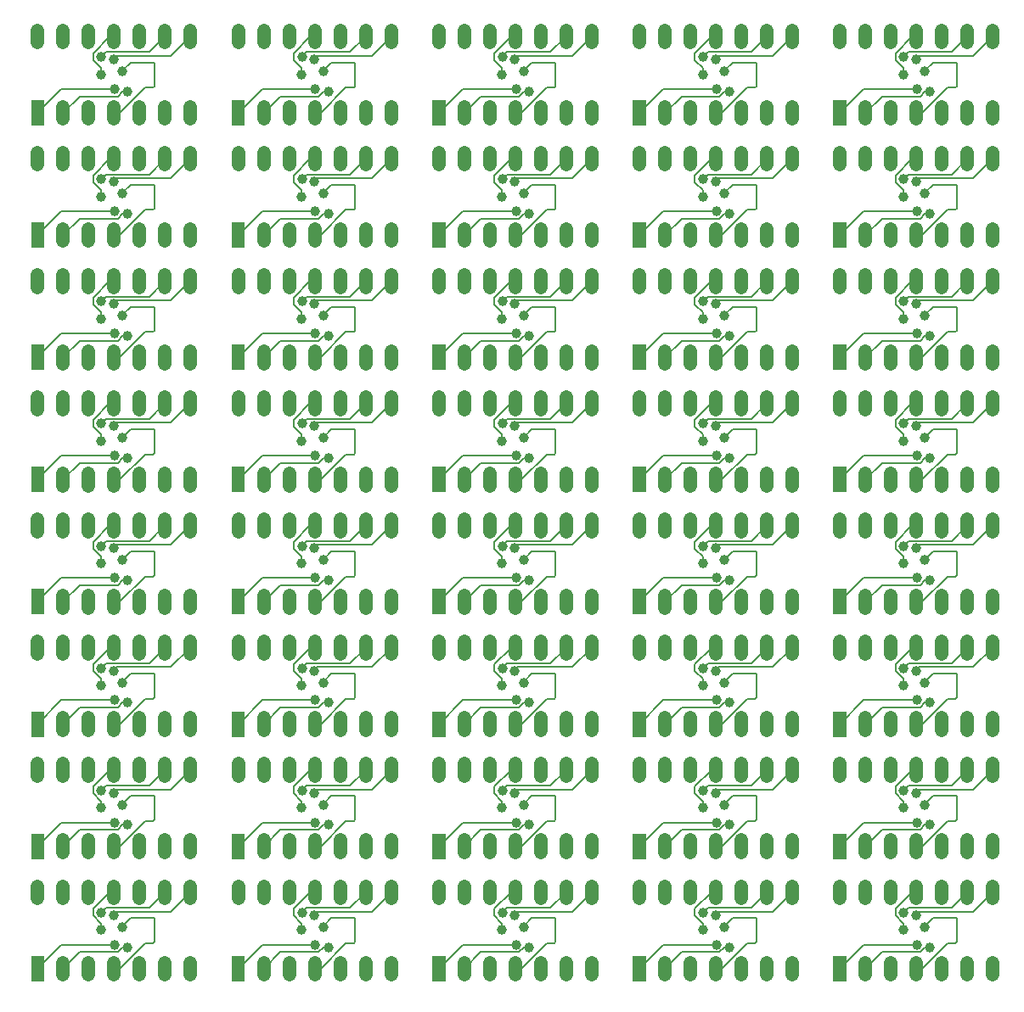
<source format=gbl>
%FSLAX24Y24*%
%MOIN*%
%ADD10C,0.0060*%
%ADD11C,0.0394*%
%ADD12C,0.0520*%
D10*
G01X1843Y929D02*
X2494Y1581D01*
X3988Y1581D01*
X4177Y1770D01*
X4380Y1770D01*
X6843Y3929D02*
X6080Y3167D01*
X3966Y3167D01*
X3831Y3032D01*
X3843Y3929D02*
X3668Y3929D01*
X3020Y3281D01*
X3020Y3010D01*
X3329Y2701D01*
X3329Y2440D01*
X843Y929D02*
X1781Y1868D01*
X3869Y1868D01*
X3843Y929D02*
X4077Y929D01*
X5074Y1926D01*
X5376Y1926D01*
X5429Y1978D01*
X5429Y2880D01*
X5400Y2909D01*
X4498Y2909D01*
X4180Y2591D01*
X4180Y2564D01*
X5843Y3929D02*
X5232Y3319D01*
X3532Y3319D01*
X3342Y3129D01*
X9717Y929D02*
X10368Y1581D01*
X11862Y1581D01*
X12051Y1770D01*
X12254Y1770D01*
X14717Y3929D02*
X13954Y3167D01*
X11840Y3167D01*
X11706Y3032D01*
X11717Y3929D02*
X11542Y3929D01*
X10894Y3281D01*
X10894Y3010D01*
X11203Y2701D01*
X11203Y2440D01*
X8717Y929D02*
X9655Y1868D01*
X11743Y1868D01*
X11717Y929D02*
X11951Y929D01*
X12948Y1926D01*
X13250Y1926D01*
X13303Y1978D01*
X13303Y2880D01*
X13274Y2909D01*
X12372Y2909D01*
X12054Y2591D01*
X12054Y2564D01*
X13717Y3929D02*
X13106Y3319D01*
X11406Y3319D01*
X11216Y3129D01*
X17591Y929D02*
X18242Y1581D01*
X19736Y1581D01*
X19925Y1770D01*
X20128Y1770D01*
X22591Y3929D02*
X21828Y3167D01*
X19714Y3167D01*
X19580Y3032D01*
X19591Y3929D02*
X19416Y3929D01*
X18768Y3281D01*
X18768Y3010D01*
X19077Y2701D01*
X19077Y2440D01*
X16591Y929D02*
X17529Y1868D01*
X19617Y1868D01*
X19591Y929D02*
X19825Y929D01*
X20822Y1926D01*
X21124Y1926D01*
X21177Y1978D01*
X21177Y2880D01*
X21148Y2909D01*
X20246Y2909D01*
X19928Y2591D01*
X19928Y2564D01*
X21591Y3929D02*
X20980Y3319D01*
X19280Y3319D01*
X19090Y3129D01*
X25465Y929D02*
X26116Y1581D01*
X27610Y1581D01*
X27799Y1770D01*
X28002Y1770D01*
X30465Y3929D02*
X29702Y3167D01*
X27588Y3167D01*
X27454Y3032D01*
X27465Y3929D02*
X27290Y3929D01*
X26642Y3281D01*
X26642Y3010D01*
X26951Y2701D01*
X26951Y2440D01*
X24465Y929D02*
X25403Y1868D01*
X27491Y1868D01*
X27465Y929D02*
X27699Y929D01*
X28696Y1926D01*
X28998Y1926D01*
X29051Y1978D01*
X29051Y2880D01*
X29022Y2909D01*
X28120Y2909D01*
X27802Y2591D01*
X27802Y2564D01*
X29465Y3929D02*
X28854Y3319D01*
X27154Y3319D01*
X26964Y3129D01*
X33339Y929D02*
X33990Y1581D01*
X35484Y1581D01*
X35673Y1770D01*
X35876Y1770D01*
X38339Y3929D02*
X37576Y3167D01*
X35462Y3167D01*
X35328Y3032D01*
X35339Y3929D02*
X35164Y3929D01*
X34516Y3281D01*
X34516Y3010D01*
X34825Y2701D01*
X34825Y2440D01*
X32339Y929D02*
X33277Y1868D01*
X35365Y1868D01*
X35339Y929D02*
X35573Y929D01*
X36570Y1926D01*
X36872Y1926D01*
X36925Y1978D01*
X36925Y2880D01*
X36896Y2909D01*
X35994Y2909D01*
X35676Y2591D01*
X35676Y2564D01*
X37339Y3929D02*
X36728Y3319D01*
X35028Y3319D01*
X34838Y3129D01*
X1843Y5732D02*
X2494Y6384D01*
X3988Y6384D01*
X4177Y6573D01*
X4380Y6573D01*
X6843Y8732D02*
X6080Y7970D01*
X3966Y7970D01*
X3831Y7835D01*
X3843Y8732D02*
X3668Y8732D01*
X3020Y8084D01*
X3020Y7813D01*
X3329Y7504D01*
X3329Y7243D01*
X843Y5732D02*
X1781Y6671D01*
X3869Y6671D01*
X3843Y5732D02*
X4077Y5732D01*
X5074Y6729D01*
X5376Y6729D01*
X5429Y6782D01*
X5429Y7683D01*
X5400Y7712D01*
X4498Y7712D01*
X4180Y7394D01*
X4180Y7367D01*
X5843Y8732D02*
X5232Y8122D01*
X3532Y8122D01*
X3342Y7932D01*
X9717Y5732D02*
X10368Y6384D01*
X11862Y6384D01*
X12051Y6573D01*
X12254Y6573D01*
X14717Y8732D02*
X13954Y7970D01*
X11840Y7970D01*
X11706Y7835D01*
X11717Y8732D02*
X11542Y8732D01*
X10894Y8084D01*
X10894Y7813D01*
X11203Y7504D01*
X11203Y7243D01*
X8717Y5732D02*
X9655Y6671D01*
X11743Y6671D01*
X11717Y5732D02*
X11951Y5732D01*
X12948Y6729D01*
X13250Y6729D01*
X13303Y6782D01*
X13303Y7683D01*
X13274Y7712D01*
X12372Y7712D01*
X12054Y7394D01*
X12054Y7367D01*
X13717Y8732D02*
X13106Y8122D01*
X11406Y8122D01*
X11216Y7932D01*
X17591Y5732D02*
X18242Y6384D01*
X19736Y6384D01*
X19925Y6573D01*
X20128Y6573D01*
X22591Y8732D02*
X21828Y7970D01*
X19714Y7970D01*
X19580Y7835D01*
X19591Y8732D02*
X19416Y8732D01*
X18768Y8084D01*
X18768Y7813D01*
X19077Y7504D01*
X19077Y7243D01*
X16591Y5732D02*
X17529Y6671D01*
X19617Y6671D01*
X19591Y5732D02*
X19825Y5732D01*
X20822Y6729D01*
X21124Y6729D01*
X21177Y6782D01*
X21177Y7683D01*
X21148Y7712D01*
X20246Y7712D01*
X19928Y7394D01*
X19928Y7367D01*
X21591Y8732D02*
X20980Y8122D01*
X19280Y8122D01*
X19090Y7932D01*
X25465Y5732D02*
X26116Y6384D01*
X27610Y6384D01*
X27799Y6573D01*
X28002Y6573D01*
X30465Y8732D02*
X29702Y7970D01*
X27588Y7970D01*
X27454Y7835D01*
X27465Y8732D02*
X27290Y8732D01*
X26642Y8084D01*
X26642Y7813D01*
X26951Y7504D01*
X26951Y7243D01*
X24465Y5732D02*
X25403Y6671D01*
X27491Y6671D01*
X27465Y5732D02*
X27699Y5732D01*
X28696Y6729D01*
X28998Y6729D01*
X29051Y6782D01*
X29051Y7683D01*
X29022Y7712D01*
X28120Y7712D01*
X27802Y7394D01*
X27802Y7367D01*
X29465Y8732D02*
X28854Y8122D01*
X27154Y8122D01*
X26964Y7932D01*
X33339Y5732D02*
X33990Y6384D01*
X35484Y6384D01*
X35673Y6573D01*
X35876Y6573D01*
X38339Y8732D02*
X37576Y7970D01*
X35462Y7970D01*
X35328Y7835D01*
X35339Y8732D02*
X35164Y8732D01*
X34516Y8084D01*
X34516Y7813D01*
X34825Y7504D01*
X34825Y7243D01*
X32339Y5732D02*
X33277Y6671D01*
X35365Y6671D01*
X35339Y5732D02*
X35573Y5732D01*
X36570Y6729D01*
X36872Y6729D01*
X36925Y6782D01*
X36925Y7683D01*
X36896Y7712D01*
X35994Y7712D01*
X35676Y7394D01*
X35676Y7367D01*
X37339Y8732D02*
X36728Y8122D01*
X35028Y8122D01*
X34838Y7932D01*
X1843Y10535D02*
X2494Y11187D01*
X3988Y11187D01*
X4177Y11376D01*
X4380Y11376D01*
X6843Y13535D02*
X6080Y12773D01*
X3966Y12773D01*
X3831Y12638D01*
X3843Y13535D02*
X3668Y13535D01*
X3020Y12887D01*
X3020Y12616D01*
X3329Y12307D01*
X3329Y12046D01*
X843Y10535D02*
X1781Y11474D01*
X3869Y11474D01*
X3843Y10535D02*
X4077Y10535D01*
X5074Y11532D01*
X5376Y11532D01*
X5429Y11585D01*
X5429Y12486D01*
X5400Y12515D01*
X4498Y12515D01*
X4180Y12197D01*
X4180Y12170D01*
X5843Y13535D02*
X5232Y12925D01*
X3532Y12925D01*
X3342Y12735D01*
X9717Y10535D02*
X10368Y11187D01*
X11862Y11187D01*
X12051Y11376D01*
X12254Y11376D01*
X14717Y13535D02*
X13954Y12773D01*
X11840Y12773D01*
X11706Y12638D01*
X11717Y13535D02*
X11542Y13535D01*
X10894Y12887D01*
X10894Y12616D01*
X11203Y12307D01*
X11203Y12046D01*
X8717Y10535D02*
X9655Y11474D01*
X11743Y11474D01*
X11717Y10535D02*
X11951Y10535D01*
X12948Y11532D01*
X13250Y11532D01*
X13303Y11585D01*
X13303Y12486D01*
X13274Y12515D01*
X12372Y12515D01*
X12054Y12197D01*
X12054Y12170D01*
X13717Y13535D02*
X13106Y12925D01*
X11406Y12925D01*
X11216Y12735D01*
X17591Y10535D02*
X18242Y11187D01*
X19736Y11187D01*
X19925Y11376D01*
X20128Y11376D01*
X22591Y13535D02*
X21828Y12773D01*
X19714Y12773D01*
X19580Y12638D01*
X19591Y13535D02*
X19416Y13535D01*
X18768Y12887D01*
X18768Y12616D01*
X19077Y12307D01*
X19077Y12046D01*
X16591Y10535D02*
X17529Y11474D01*
X19617Y11474D01*
X19591Y10535D02*
X19825Y10535D01*
X20822Y11532D01*
X21124Y11532D01*
X21177Y11585D01*
X21177Y12486D01*
X21148Y12515D01*
X20246Y12515D01*
X19928Y12197D01*
X19928Y12170D01*
X21591Y13535D02*
X20980Y12925D01*
X19280Y12925D01*
X19090Y12735D01*
X25465Y10535D02*
X26116Y11187D01*
X27610Y11187D01*
X27799Y11376D01*
X28002Y11376D01*
X30465Y13535D02*
X29702Y12773D01*
X27588Y12773D01*
X27454Y12638D01*
X27465Y13535D02*
X27290Y13535D01*
X26642Y12887D01*
X26642Y12616D01*
X26951Y12307D01*
X26951Y12046D01*
X24465Y10535D02*
X25403Y11474D01*
X27491Y11474D01*
X27465Y10535D02*
X27699Y10535D01*
X28696Y11532D01*
X28998Y11532D01*
X29051Y11585D01*
X29051Y12486D01*
X29022Y12515D01*
X28120Y12515D01*
X27802Y12197D01*
X27802Y12170D01*
X29465Y13535D02*
X28854Y12925D01*
X27154Y12925D01*
X26964Y12735D01*
X33339Y10535D02*
X33990Y11187D01*
X35484Y11187D01*
X35673Y11376D01*
X35876Y11376D01*
X38339Y13535D02*
X37576Y12773D01*
X35462Y12773D01*
X35328Y12638D01*
X35339Y13535D02*
X35164Y13535D01*
X34516Y12887D01*
X34516Y12616D01*
X34825Y12307D01*
X34825Y12046D01*
X32339Y10535D02*
X33277Y11474D01*
X35365Y11474D01*
X35339Y10535D02*
X35573Y10535D01*
X36570Y11532D01*
X36872Y11532D01*
X36925Y11585D01*
X36925Y12486D01*
X36896Y12515D01*
X35994Y12515D01*
X35676Y12197D01*
X35676Y12170D01*
X37339Y13535D02*
X36728Y12925D01*
X35028Y12925D01*
X34838Y12735D01*
X1843Y15339D02*
X2494Y15990D01*
X3988Y15990D01*
X4177Y16179D01*
X4380Y16179D01*
X6843Y18339D02*
X6080Y17576D01*
X3966Y17576D01*
X3831Y17441D01*
X3843Y18339D02*
X3668Y18339D01*
X3020Y17690D01*
X3020Y17419D01*
X3329Y17110D01*
X3329Y16849D01*
X843Y15339D02*
X1781Y16277D01*
X3869Y16277D01*
X3843Y15339D02*
X4077Y15339D01*
X5074Y16335D01*
X5376Y16335D01*
X5429Y16388D01*
X5429Y17290D01*
X5400Y17318D01*
X4498Y17318D01*
X4180Y17001D01*
X4180Y16973D01*
X5843Y18339D02*
X5232Y17728D01*
X3532Y17728D01*
X3342Y17538D01*
X9717Y15339D02*
X10368Y15990D01*
X11862Y15990D01*
X12051Y16179D01*
X12254Y16179D01*
X14717Y18339D02*
X13954Y17576D01*
X11840Y17576D01*
X11706Y17441D01*
X11717Y18339D02*
X11542Y18339D01*
X10894Y17690D01*
X10894Y17419D01*
X11203Y17110D01*
X11203Y16849D01*
X8717Y15339D02*
X9655Y16277D01*
X11743Y16277D01*
X11717Y15339D02*
X11951Y15339D01*
X12948Y16335D01*
X13250Y16335D01*
X13303Y16388D01*
X13303Y17290D01*
X13274Y17318D01*
X12372Y17318D01*
X12054Y17001D01*
X12054Y16973D01*
X13717Y18339D02*
X13106Y17728D01*
X11406Y17728D01*
X11216Y17538D01*
X17591Y15339D02*
X18242Y15990D01*
X19736Y15990D01*
X19925Y16179D01*
X20128Y16179D01*
X22591Y18339D02*
X21828Y17576D01*
X19714Y17576D01*
X19580Y17441D01*
X19591Y18339D02*
X19416Y18339D01*
X18768Y17690D01*
X18768Y17419D01*
X19077Y17110D01*
X19077Y16849D01*
X16591Y15339D02*
X17529Y16277D01*
X19617Y16277D01*
X19591Y15339D02*
X19825Y15339D01*
X20822Y16335D01*
X21124Y16335D01*
X21177Y16388D01*
X21177Y17290D01*
X21148Y17318D01*
X20246Y17318D01*
X19928Y17001D01*
X19928Y16973D01*
X21591Y18339D02*
X20980Y17728D01*
X19280Y17728D01*
X19090Y17538D01*
X25465Y15339D02*
X26116Y15990D01*
X27610Y15990D01*
X27799Y16179D01*
X28002Y16179D01*
X30465Y18339D02*
X29702Y17576D01*
X27588Y17576D01*
X27454Y17441D01*
X27465Y18339D02*
X27290Y18339D01*
X26642Y17690D01*
X26642Y17419D01*
X26951Y17110D01*
X26951Y16849D01*
X24465Y15339D02*
X25403Y16277D01*
X27491Y16277D01*
X27465Y15339D02*
X27699Y15339D01*
X28696Y16335D01*
X28998Y16335D01*
X29051Y16388D01*
X29051Y17290D01*
X29022Y17318D01*
X28120Y17318D01*
X27802Y17001D01*
X27802Y16973D01*
X29465Y18339D02*
X28854Y17728D01*
X27154Y17728D01*
X26964Y17538D01*
X33339Y15339D02*
X33990Y15990D01*
X35484Y15990D01*
X35673Y16179D01*
X35876Y16179D01*
X38339Y18339D02*
X37576Y17576D01*
X35462Y17576D01*
X35328Y17441D01*
X35339Y18339D02*
X35164Y18339D01*
X34516Y17690D01*
X34516Y17419D01*
X34825Y17110D01*
X34825Y16849D01*
X32339Y15339D02*
X33277Y16277D01*
X35365Y16277D01*
X35339Y15339D02*
X35573Y15339D01*
X36570Y16335D01*
X36872Y16335D01*
X36925Y16388D01*
X36925Y17290D01*
X36896Y17318D01*
X35994Y17318D01*
X35676Y17001D01*
X35676Y16973D01*
X37339Y18339D02*
X36728Y17728D01*
X35028Y17728D01*
X34838Y17538D01*
X1843Y20142D02*
X2494Y20793D01*
X3988Y20793D01*
X4177Y20982D01*
X4380Y20982D01*
X6843Y23142D02*
X6080Y22379D01*
X3966Y22379D01*
X3831Y22244D01*
X3843Y23142D02*
X3668Y23142D01*
X3020Y22494D01*
X3020Y22222D01*
X3329Y21913D01*
X3329Y21652D01*
X843Y20142D02*
X1781Y21080D01*
X3869Y21080D01*
X3843Y20142D02*
X4077Y20142D01*
X5074Y21138D01*
X5376Y21138D01*
X5429Y21191D01*
X5429Y22093D01*
X5400Y22122D01*
X4498Y22122D01*
X4180Y21804D01*
X4180Y21777D01*
X5843Y23142D02*
X5232Y22531D01*
X3532Y22531D01*
X3342Y22342D01*
X9717Y20142D02*
X10368Y20793D01*
X11862Y20793D01*
X12051Y20982D01*
X12254Y20982D01*
X14717Y23142D02*
X13954Y22379D01*
X11840Y22379D01*
X11706Y22244D01*
X11717Y23142D02*
X11542Y23142D01*
X10894Y22494D01*
X10894Y22222D01*
X11203Y21913D01*
X11203Y21652D01*
X8717Y20142D02*
X9655Y21080D01*
X11743Y21080D01*
X11717Y20142D02*
X11951Y20142D01*
X12948Y21138D01*
X13250Y21138D01*
X13303Y21191D01*
X13303Y22093D01*
X13274Y22122D01*
X12372Y22122D01*
X12054Y21804D01*
X12054Y21777D01*
X13717Y23142D02*
X13106Y22531D01*
X11406Y22531D01*
X11216Y22342D01*
X17591Y20142D02*
X18242Y20793D01*
X19736Y20793D01*
X19925Y20982D01*
X20128Y20982D01*
X22591Y23142D02*
X21828Y22379D01*
X19714Y22379D01*
X19580Y22244D01*
X19591Y23142D02*
X19416Y23142D01*
X18768Y22494D01*
X18768Y22222D01*
X19077Y21913D01*
X19077Y21652D01*
X16591Y20142D02*
X17529Y21080D01*
X19617Y21080D01*
X19591Y20142D02*
X19825Y20142D01*
X20822Y21138D01*
X21124Y21138D01*
X21177Y21191D01*
X21177Y22093D01*
X21148Y22122D01*
X20246Y22122D01*
X19928Y21804D01*
X19928Y21777D01*
X21591Y23142D02*
X20980Y22531D01*
X19280Y22531D01*
X19090Y22342D01*
X25465Y20142D02*
X26116Y20793D01*
X27610Y20793D01*
X27799Y20982D01*
X28002Y20982D01*
X30465Y23142D02*
X29702Y22379D01*
X27588Y22379D01*
X27454Y22244D01*
X27465Y23142D02*
X27290Y23142D01*
X26642Y22494D01*
X26642Y22222D01*
X26951Y21913D01*
X26951Y21652D01*
X24465Y20142D02*
X25403Y21080D01*
X27491Y21080D01*
X27465Y20142D02*
X27699Y20142D01*
X28696Y21138D01*
X28998Y21138D01*
X29051Y21191D01*
X29051Y22093D01*
X29022Y22122D01*
X28120Y22122D01*
X27802Y21804D01*
X27802Y21777D01*
X29465Y23142D02*
X28854Y22531D01*
X27154Y22531D01*
X26964Y22342D01*
X33339Y20142D02*
X33990Y20793D01*
X35484Y20793D01*
X35673Y20982D01*
X35876Y20982D01*
X38339Y23142D02*
X37576Y22379D01*
X35462Y22379D01*
X35328Y22244D01*
X35339Y23142D02*
X35164Y23142D01*
X34516Y22494D01*
X34516Y22222D01*
X34825Y21913D01*
X34825Y21652D01*
X32339Y20142D02*
X33277Y21080D01*
X35365Y21080D01*
X35339Y20142D02*
X35573Y20142D01*
X36570Y21138D01*
X36872Y21138D01*
X36925Y21191D01*
X36925Y22093D01*
X36896Y22122D01*
X35994Y22122D01*
X35676Y21804D01*
X35676Y21777D01*
X37339Y23142D02*
X36728Y22531D01*
X35028Y22531D01*
X34838Y22342D01*
X1843Y24945D02*
X2494Y25597D01*
X3988Y25597D01*
X4177Y25785D01*
X4380Y25785D01*
X6843Y27945D02*
X6080Y27182D01*
X3966Y27182D01*
X3831Y27047D01*
X3843Y27945D02*
X3668Y27945D01*
X3020Y27297D01*
X3020Y27025D01*
X3329Y26716D01*
X3329Y26455D01*
X843Y24945D02*
X1781Y25883D01*
X3869Y25883D01*
X3843Y24945D02*
X4077Y24945D01*
X5074Y25941D01*
X5376Y25941D01*
X5429Y25994D01*
X5429Y26896D01*
X5400Y26925D01*
X4498Y26925D01*
X4180Y26607D01*
X4180Y26580D01*
X5843Y27945D02*
X5232Y27334D01*
X3532Y27334D01*
X3342Y27145D01*
X9717Y24945D02*
X10368Y25597D01*
X11862Y25597D01*
X12051Y25785D01*
X12254Y25785D01*
X14717Y27945D02*
X13954Y27182D01*
X11840Y27182D01*
X11706Y27047D01*
X11717Y27945D02*
X11542Y27945D01*
X10894Y27297D01*
X10894Y27025D01*
X11203Y26716D01*
X11203Y26455D01*
X8717Y24945D02*
X9655Y25883D01*
X11743Y25883D01*
X11717Y24945D02*
X11951Y24945D01*
X12948Y25941D01*
X13250Y25941D01*
X13303Y25994D01*
X13303Y26896D01*
X13274Y26925D01*
X12372Y26925D01*
X12054Y26607D01*
X12054Y26580D01*
X13717Y27945D02*
X13106Y27334D01*
X11406Y27334D01*
X11216Y27145D01*
X17591Y24945D02*
X18242Y25597D01*
X19736Y25597D01*
X19925Y25785D01*
X20128Y25785D01*
X22591Y27945D02*
X21828Y27182D01*
X19714Y27182D01*
X19580Y27047D01*
X19591Y27945D02*
X19416Y27945D01*
X18768Y27297D01*
X18768Y27025D01*
X19077Y26716D01*
X19077Y26455D01*
X16591Y24945D02*
X17529Y25883D01*
X19617Y25883D01*
X19591Y24945D02*
X19825Y24945D01*
X20822Y25941D01*
X21124Y25941D01*
X21177Y25994D01*
X21177Y26896D01*
X21148Y26925D01*
X20246Y26925D01*
X19928Y26607D01*
X19928Y26580D01*
X21591Y27945D02*
X20980Y27334D01*
X19280Y27334D01*
X19090Y27145D01*
X25465Y24945D02*
X26116Y25597D01*
X27610Y25597D01*
X27799Y25785D01*
X28002Y25785D01*
X30465Y27945D02*
X29702Y27182D01*
X27588Y27182D01*
X27454Y27047D01*
X27465Y27945D02*
X27290Y27945D01*
X26642Y27297D01*
X26642Y27025D01*
X26951Y26716D01*
X26951Y26455D01*
X24465Y24945D02*
X25403Y25883D01*
X27491Y25883D01*
X27465Y24945D02*
X27699Y24945D01*
X28696Y25941D01*
X28998Y25941D01*
X29051Y25994D01*
X29051Y26896D01*
X29022Y26925D01*
X28120Y26925D01*
X27802Y26607D01*
X27802Y26580D01*
X29465Y27945D02*
X28854Y27334D01*
X27154Y27334D01*
X26964Y27145D01*
X33339Y24945D02*
X33990Y25597D01*
X35484Y25597D01*
X35673Y25785D01*
X35876Y25785D01*
X38339Y27945D02*
X37576Y27182D01*
X35462Y27182D01*
X35328Y27047D01*
X35339Y27945D02*
X35164Y27945D01*
X34516Y27297D01*
X34516Y27025D01*
X34825Y26716D01*
X34825Y26455D01*
X32339Y24945D02*
X33277Y25883D01*
X35365Y25883D01*
X35339Y24945D02*
X35573Y24945D01*
X36570Y25941D01*
X36872Y25941D01*
X36925Y25994D01*
X36925Y26896D01*
X36896Y26925D01*
X35994Y26925D01*
X35676Y26607D01*
X35676Y26580D01*
X37339Y27945D02*
X36728Y27334D01*
X35028Y27334D01*
X34838Y27145D01*
X1843Y29748D02*
X2494Y30400D01*
X3988Y30400D01*
X4177Y30589D01*
X4380Y30589D01*
X6843Y32748D02*
X6080Y31985D01*
X3966Y31985D01*
X3831Y31851D01*
X3843Y32748D02*
X3668Y32748D01*
X3020Y32100D01*
X3020Y31829D01*
X3329Y31520D01*
X3329Y31259D01*
X843Y29748D02*
X1781Y30687D01*
X3869Y30687D01*
X3843Y29748D02*
X4077Y29748D01*
X5074Y30745D01*
X5376Y30745D01*
X5429Y30797D01*
X5429Y31699D01*
X5400Y31728D01*
X4498Y31728D01*
X4180Y31410D01*
X4180Y31383D01*
X5843Y32748D02*
X5232Y32137D01*
X3532Y32137D01*
X3342Y31948D01*
X9717Y29748D02*
X10368Y30400D01*
X11862Y30400D01*
X12051Y30589D01*
X12254Y30589D01*
X14717Y32748D02*
X13954Y31985D01*
X11840Y31985D01*
X11706Y31851D01*
X11717Y32748D02*
X11542Y32748D01*
X10894Y32100D01*
X10894Y31829D01*
X11203Y31520D01*
X11203Y31259D01*
X8717Y29748D02*
X9655Y30687D01*
X11743Y30687D01*
X11717Y29748D02*
X11951Y29748D01*
X12948Y30745D01*
X13250Y30745D01*
X13303Y30797D01*
X13303Y31699D01*
X13274Y31728D01*
X12372Y31728D01*
X12054Y31410D01*
X12054Y31383D01*
X13717Y32748D02*
X13106Y32137D01*
X11406Y32137D01*
X11216Y31948D01*
X17591Y29748D02*
X18242Y30400D01*
X19736Y30400D01*
X19925Y30589D01*
X20128Y30589D01*
X22591Y32748D02*
X21828Y31985D01*
X19714Y31985D01*
X19580Y31851D01*
X19591Y32748D02*
X19416Y32748D01*
X18768Y32100D01*
X18768Y31829D01*
X19077Y31520D01*
X19077Y31259D01*
X16591Y29748D02*
X17529Y30687D01*
X19617Y30687D01*
X19591Y29748D02*
X19825Y29748D01*
X20822Y30745D01*
X21124Y30745D01*
X21177Y30797D01*
X21177Y31699D01*
X21148Y31728D01*
X20246Y31728D01*
X19928Y31410D01*
X19928Y31383D01*
X21591Y32748D02*
X20980Y32137D01*
X19280Y32137D01*
X19090Y31948D01*
X25465Y29748D02*
X26116Y30400D01*
X27610Y30400D01*
X27799Y30589D01*
X28002Y30589D01*
X30465Y32748D02*
X29702Y31985D01*
X27588Y31985D01*
X27454Y31851D01*
X27465Y32748D02*
X27290Y32748D01*
X26642Y32100D01*
X26642Y31829D01*
X26951Y31520D01*
X26951Y31259D01*
X24465Y29748D02*
X25403Y30687D01*
X27491Y30687D01*
X27465Y29748D02*
X27699Y29748D01*
X28696Y30745D01*
X28998Y30745D01*
X29051Y30797D01*
X29051Y31699D01*
X29022Y31728D01*
X28120Y31728D01*
X27802Y31410D01*
X27802Y31383D01*
X29465Y32748D02*
X28854Y32137D01*
X27154Y32137D01*
X26964Y31948D01*
X33339Y29748D02*
X33990Y30400D01*
X35484Y30400D01*
X35673Y30589D01*
X35876Y30589D01*
X38339Y32748D02*
X37576Y31985D01*
X35462Y31985D01*
X35328Y31851D01*
X35339Y32748D02*
X35164Y32748D01*
X34516Y32100D01*
X34516Y31829D01*
X34825Y31520D01*
X34825Y31259D01*
X32339Y29748D02*
X33277Y30687D01*
X35365Y30687D01*
X35339Y29748D02*
X35573Y29748D01*
X36570Y30745D01*
X36872Y30745D01*
X36925Y30797D01*
X36925Y31699D01*
X36896Y31728D01*
X35994Y31728D01*
X35676Y31410D01*
X35676Y31383D01*
X37339Y32748D02*
X36728Y32137D01*
X35028Y32137D01*
X34838Y31948D01*
X1843Y34551D02*
X2494Y35203D01*
X3988Y35203D01*
X4177Y35392D01*
X4380Y35392D01*
X6843Y37551D02*
X6080Y36789D01*
X3966Y36789D01*
X3831Y36654D01*
X3843Y37551D02*
X3668Y37551D01*
X3020Y36903D01*
X3020Y36632D01*
X3329Y36323D01*
X3329Y36062D01*
X843Y34551D02*
X1781Y35490D01*
X3869Y35490D01*
X3843Y34551D02*
X4077Y34551D01*
X5074Y35548D01*
X5376Y35548D01*
X5429Y35601D01*
X5429Y36502D01*
X5400Y36531D01*
X4498Y36531D01*
X4180Y36213D01*
X4180Y36186D01*
X5843Y37551D02*
X5232Y36941D01*
X3532Y36941D01*
X3342Y36751D01*
X9717Y34551D02*
X10368Y35203D01*
X11862Y35203D01*
X12051Y35392D01*
X12254Y35392D01*
X14717Y37551D02*
X13954Y36789D01*
X11840Y36789D01*
X11706Y36654D01*
X11717Y37551D02*
X11542Y37551D01*
X10894Y36903D01*
X10894Y36632D01*
X11203Y36323D01*
X11203Y36062D01*
X8717Y34551D02*
X9655Y35490D01*
X11743Y35490D01*
X11717Y34551D02*
X11951Y34551D01*
X12948Y35548D01*
X13250Y35548D01*
X13303Y35601D01*
X13303Y36502D01*
X13274Y36531D01*
X12372Y36531D01*
X12054Y36213D01*
X12054Y36186D01*
X13717Y37551D02*
X13106Y36941D01*
X11406Y36941D01*
X11216Y36751D01*
X17591Y34551D02*
X18242Y35203D01*
X19736Y35203D01*
X19925Y35392D01*
X20128Y35392D01*
X22591Y37551D02*
X21828Y36789D01*
X19714Y36789D01*
X19580Y36654D01*
X19591Y37551D02*
X19416Y37551D01*
X18768Y36903D01*
X18768Y36632D01*
X19077Y36323D01*
X19077Y36062D01*
X16591Y34551D02*
X17529Y35490D01*
X19617Y35490D01*
X19591Y34551D02*
X19825Y34551D01*
X20822Y35548D01*
X21124Y35548D01*
X21177Y35601D01*
X21177Y36502D01*
X21148Y36531D01*
X20246Y36531D01*
X19928Y36213D01*
X19928Y36186D01*
X21591Y37551D02*
X20980Y36941D01*
X19280Y36941D01*
X19090Y36751D01*
X25465Y34551D02*
X26116Y35203D01*
X27610Y35203D01*
X27799Y35392D01*
X28002Y35392D01*
X30465Y37551D02*
X29702Y36789D01*
X27588Y36789D01*
X27454Y36654D01*
X27465Y37551D02*
X27290Y37551D01*
X26642Y36903D01*
X26642Y36632D01*
X26951Y36323D01*
X26951Y36062D01*
X24465Y34551D02*
X25403Y35490D01*
X27491Y35490D01*
X27465Y34551D02*
X27699Y34551D01*
X28696Y35548D01*
X28998Y35548D01*
X29051Y35601D01*
X29051Y36502D01*
X29022Y36531D01*
X28120Y36531D01*
X27802Y36213D01*
X27802Y36186D01*
X29465Y37551D02*
X28854Y36941D01*
X27154Y36941D01*
X26964Y36751D01*
X33339Y34551D02*
X33990Y35203D01*
X35484Y35203D01*
X35673Y35392D01*
X35876Y35392D01*
X38339Y37551D02*
X37576Y36789D01*
X35462Y36789D01*
X35328Y36654D01*
X35339Y37551D02*
X35164Y37551D01*
X34516Y36903D01*
X34516Y36632D01*
X34825Y36323D01*
X34825Y36062D01*
X32339Y34551D02*
X33277Y35490D01*
X35365Y35490D01*
X35339Y34551D02*
X35573Y34551D01*
X36570Y35548D01*
X36872Y35548D01*
X36925Y35601D01*
X36925Y36502D01*
X36896Y36531D01*
X35994Y36531D01*
X35676Y36213D01*
X35676Y36186D01*
X37339Y37551D02*
X36728Y36941D01*
X35028Y36941D01*
X34838Y36751D01*
D11*
G01X4380Y1770D03*
X3831Y3032D03*
X3329Y2440D03*
X3869Y1868D03*
X4180Y2564D03*
X3342Y3129D03*
X12254Y1770D03*
X11706Y3032D03*
X11203Y2440D03*
X11743Y1868D03*
X12054Y2564D03*
X11216Y3129D03*
X20128Y1770D03*
X19580Y3032D03*
X19077Y2440D03*
X19617Y1868D03*
X19928Y2564D03*
X19090Y3129D03*
X28002Y1770D03*
X27454Y3032D03*
X26951Y2440D03*
X27491Y1868D03*
X27802Y2564D03*
X26964Y3129D03*
X35876Y1770D03*
X35328Y3032D03*
X34825Y2440D03*
X35365Y1868D03*
X35676Y2564D03*
X34838Y3129D03*
X4380Y6573D03*
X3831Y7835D03*
X3329Y7243D03*
X3869Y6671D03*
X4180Y7367D03*
X3342Y7932D03*
X12254Y6573D03*
X11706Y7835D03*
X11203Y7243D03*
X11743Y6671D03*
X12054Y7367D03*
X11216Y7932D03*
X20128Y6573D03*
X19580Y7835D03*
X19077Y7243D03*
X19617Y6671D03*
X19928Y7367D03*
X19090Y7932D03*
X28002Y6573D03*
X27454Y7835D03*
X26951Y7243D03*
X27491Y6671D03*
X27802Y7367D03*
X26964Y7932D03*
X35876Y6573D03*
X35328Y7835D03*
X34825Y7243D03*
X35365Y6671D03*
X35676Y7367D03*
X34838Y7932D03*
X4380Y11376D03*
X3831Y12638D03*
X3329Y12046D03*
X3869Y11474D03*
X4180Y12170D03*
X3342Y12735D03*
X12254Y11376D03*
X11706Y12638D03*
X11203Y12046D03*
X11743Y11474D03*
X12054Y12170D03*
X11216Y12735D03*
X20128Y11376D03*
X19580Y12638D03*
X19077Y12046D03*
X19617Y11474D03*
X19928Y12170D03*
X19090Y12735D03*
X28002Y11376D03*
X27454Y12638D03*
X26951Y12046D03*
X27491Y11474D03*
X27802Y12170D03*
X26964Y12735D03*
X35876Y11376D03*
X35328Y12638D03*
X34825Y12046D03*
X35365Y11474D03*
X35676Y12170D03*
X34838Y12735D03*
X4380Y16179D03*
X3831Y17441D03*
X3329Y16849D03*
X3869Y16277D03*
X4180Y16973D03*
X3342Y17538D03*
X12254Y16179D03*
X11706Y17441D03*
X11203Y16849D03*
X11743Y16277D03*
X12054Y16973D03*
X11216Y17538D03*
X20128Y16179D03*
X19580Y17441D03*
X19077Y16849D03*
X19617Y16277D03*
X19928Y16973D03*
X19090Y17538D03*
X28002Y16179D03*
X27454Y17441D03*
X26951Y16849D03*
X27491Y16277D03*
X27802Y16973D03*
X26964Y17538D03*
X35876Y16179D03*
X35328Y17441D03*
X34825Y16849D03*
X35365Y16277D03*
X35676Y16973D03*
X34838Y17538D03*
X4380Y20982D03*
X3831Y22244D03*
X3329Y21652D03*
X3869Y21080D03*
X4180Y21777D03*
X3342Y22342D03*
X12254Y20982D03*
X11706Y22244D03*
X11203Y21652D03*
X11743Y21080D03*
X12054Y21777D03*
X11216Y22342D03*
X20128Y20982D03*
X19580Y22244D03*
X19077Y21652D03*
X19617Y21080D03*
X19928Y21777D03*
X19090Y22342D03*
X28002Y20982D03*
X27454Y22244D03*
X26951Y21652D03*
X27491Y21080D03*
X27802Y21777D03*
X26964Y22342D03*
X35876Y20982D03*
X35328Y22244D03*
X34825Y21652D03*
X35365Y21080D03*
X35676Y21777D03*
X34838Y22342D03*
X4380Y25785D03*
X3831Y27047D03*
X3329Y26455D03*
X3869Y25883D03*
X4180Y26580D03*
X3342Y27145D03*
X12254Y25785D03*
X11706Y27047D03*
X11203Y26455D03*
X11743Y25883D03*
X12054Y26580D03*
X11216Y27145D03*
X20128Y25785D03*
X19580Y27047D03*
X19077Y26455D03*
X19617Y25883D03*
X19928Y26580D03*
X19090Y27145D03*
X28002Y25785D03*
X27454Y27047D03*
X26951Y26455D03*
X27491Y25883D03*
X27802Y26580D03*
X26964Y27145D03*
X35876Y25785D03*
X35328Y27047D03*
X34825Y26455D03*
X35365Y25883D03*
X35676Y26580D03*
X34838Y27145D03*
X4380Y30589D03*
X3831Y31851D03*
X3329Y31259D03*
X3869Y30687D03*
X4180Y31383D03*
X3342Y31948D03*
X12254Y30589D03*
X11706Y31851D03*
X11203Y31259D03*
X11743Y30687D03*
X12054Y31383D03*
X11216Y31948D03*
X20128Y30589D03*
X19580Y31851D03*
X19077Y31259D03*
X19617Y30687D03*
X19928Y31383D03*
X19090Y31948D03*
X28002Y30589D03*
X27454Y31851D03*
X26951Y31259D03*
X27491Y30687D03*
X27802Y31383D03*
X26964Y31948D03*
X35876Y30589D03*
X35328Y31851D03*
X34825Y31259D03*
X35365Y30687D03*
X35676Y31383D03*
X34838Y31948D03*
X4380Y35392D03*
X3831Y36654D03*
X3329Y36062D03*
X3869Y35490D03*
X4180Y36186D03*
X3342Y36751D03*
X12254Y35392D03*
X11706Y36654D03*
X11203Y36062D03*
X11743Y35490D03*
X12054Y36186D03*
X11216Y36751D03*
X20128Y35392D03*
X19580Y36654D03*
X19077Y36062D03*
X19617Y35490D03*
X19928Y36186D03*
X19090Y36751D03*
X28002Y35392D03*
X27454Y36654D03*
X26951Y36062D03*
X27491Y35490D03*
X27802Y36186D03*
X26964Y36751D03*
X35876Y35392D03*
X35328Y36654D03*
X34825Y36062D03*
X35365Y35490D03*
X35676Y36186D03*
X34838Y36751D03*
D12*
G01X5843Y4169D02*
X5843Y3689D01*
X1843Y4169D02*
X1843Y3689D01*
X6843Y1169D02*
X6843Y689D01*
X2843Y1169D02*
X2843Y689D01*
X6843Y4169D02*
X6843Y3689D01*
X2843Y4169D02*
X2843Y3689D01*
X1843Y1169D02*
X1843Y689D01*
X4843Y4169D02*
X4843Y3689D01*
X4843Y1169D02*
X4843Y689D01*
X5843Y1169D02*
X5843Y689D01*
X3843Y4169D02*
X3843Y3689D01*
X843Y4169D02*
X843Y3689D01*
X3843Y1169D02*
X3843Y689D01*
X13717Y4169D02*
X13717Y3689D01*
X9717Y4169D02*
X9717Y3689D01*
X14717Y1169D02*
X14717Y689D01*
X10717Y1169D02*
X10717Y689D01*
X14717Y4169D02*
X14717Y3689D01*
X10717Y4169D02*
X10717Y3689D01*
X9717Y1169D02*
X9717Y689D01*
X12717Y4169D02*
X12717Y3689D01*
X12717Y1169D02*
X12717Y689D01*
X13717Y1169D02*
X13717Y689D01*
X11717Y4169D02*
X11717Y3689D01*
X8717Y4169D02*
X8717Y3689D01*
X11717Y1169D02*
X11717Y689D01*
X21591Y4169D02*
X21591Y3689D01*
X17591Y4169D02*
X17591Y3689D01*
X22591Y1169D02*
X22591Y689D01*
X18591Y1169D02*
X18591Y689D01*
X22591Y4169D02*
X22591Y3689D01*
X18591Y4169D02*
X18591Y3689D01*
X17591Y1169D02*
X17591Y689D01*
X20591Y4169D02*
X20591Y3689D01*
X20591Y1169D02*
X20591Y689D01*
X21591Y1169D02*
X21591Y689D01*
X19591Y4169D02*
X19591Y3689D01*
X16591Y4169D02*
X16591Y3689D01*
X19591Y1169D02*
X19591Y689D01*
X29465Y4169D02*
X29465Y3689D01*
X25465Y4169D02*
X25465Y3689D01*
X30465Y1169D02*
X30465Y689D01*
X26465Y1169D02*
X26465Y689D01*
X30465Y4169D02*
X30465Y3689D01*
X26465Y4169D02*
X26465Y3689D01*
X25465Y1169D02*
X25465Y689D01*
X28465Y4169D02*
X28465Y3689D01*
X28465Y1169D02*
X28465Y689D01*
X29465Y1169D02*
X29465Y689D01*
X27465Y4169D02*
X27465Y3689D01*
X24465Y4169D02*
X24465Y3689D01*
X27465Y1169D02*
X27465Y689D01*
X37339Y4169D02*
X37339Y3689D01*
X33339Y4169D02*
X33339Y3689D01*
X38339Y1169D02*
X38339Y689D01*
X34339Y1169D02*
X34339Y689D01*
X38339Y4169D02*
X38339Y3689D01*
X34339Y4169D02*
X34339Y3689D01*
X33339Y1169D02*
X33339Y689D01*
X36339Y4169D02*
X36339Y3689D01*
X36339Y1169D02*
X36339Y689D01*
X37339Y1169D02*
X37339Y689D01*
X35339Y4169D02*
X35339Y3689D01*
X32339Y4169D02*
X32339Y3689D01*
X35339Y1169D02*
X35339Y689D01*
X5843Y8972D02*
X5843Y8492D01*
X1843Y8972D02*
X1843Y8492D01*
X6843Y5972D02*
X6843Y5492D01*
X2843Y5972D02*
X2843Y5492D01*
X6843Y8972D02*
X6843Y8492D01*
X2843Y8972D02*
X2843Y8492D01*
X1843Y5972D02*
X1843Y5492D01*
X4843Y8972D02*
X4843Y8492D01*
X4843Y5972D02*
X4843Y5492D01*
X5843Y5972D02*
X5843Y5492D01*
X3843Y8972D02*
X3843Y8492D01*
X843Y8972D02*
X843Y8492D01*
X3843Y5972D02*
X3843Y5492D01*
X13717Y8972D02*
X13717Y8492D01*
X9717Y8972D02*
X9717Y8492D01*
X14717Y5972D02*
X14717Y5492D01*
X10717Y5972D02*
X10717Y5492D01*
X14717Y8972D02*
X14717Y8492D01*
X10717Y8972D02*
X10717Y8492D01*
X9717Y5972D02*
X9717Y5492D01*
X12717Y8972D02*
X12717Y8492D01*
X12717Y5972D02*
X12717Y5492D01*
X13717Y5972D02*
X13717Y5492D01*
X11717Y8972D02*
X11717Y8492D01*
X8717Y8972D02*
X8717Y8492D01*
X11717Y5972D02*
X11717Y5492D01*
X21591Y8972D02*
X21591Y8492D01*
X17591Y8972D02*
X17591Y8492D01*
X22591Y5972D02*
X22591Y5492D01*
X18591Y5972D02*
X18591Y5492D01*
X22591Y8972D02*
X22591Y8492D01*
X18591Y8972D02*
X18591Y8492D01*
X17591Y5972D02*
X17591Y5492D01*
X20591Y8972D02*
X20591Y8492D01*
X20591Y5972D02*
X20591Y5492D01*
X21591Y5972D02*
X21591Y5492D01*
X19591Y8972D02*
X19591Y8492D01*
X16591Y8972D02*
X16591Y8492D01*
X19591Y5972D02*
X19591Y5492D01*
X29465Y8972D02*
X29465Y8492D01*
X25465Y8972D02*
X25465Y8492D01*
X30465Y5972D02*
X30465Y5492D01*
X26465Y5972D02*
X26465Y5492D01*
X30465Y8972D02*
X30465Y8492D01*
X26465Y8972D02*
X26465Y8492D01*
X25465Y5972D02*
X25465Y5492D01*
X28465Y8972D02*
X28465Y8492D01*
X28465Y5972D02*
X28465Y5492D01*
X29465Y5972D02*
X29465Y5492D01*
X27465Y8972D02*
X27465Y8492D01*
X24465Y8972D02*
X24465Y8492D01*
X27465Y5972D02*
X27465Y5492D01*
X37339Y8972D02*
X37339Y8492D01*
X33339Y8972D02*
X33339Y8492D01*
X38339Y5972D02*
X38339Y5492D01*
X34339Y5972D02*
X34339Y5492D01*
X38339Y8972D02*
X38339Y8492D01*
X34339Y8972D02*
X34339Y8492D01*
X33339Y5972D02*
X33339Y5492D01*
X36339Y8972D02*
X36339Y8492D01*
X36339Y5972D02*
X36339Y5492D01*
X37339Y5972D02*
X37339Y5492D01*
X35339Y8972D02*
X35339Y8492D01*
X32339Y8972D02*
X32339Y8492D01*
X35339Y5972D02*
X35339Y5492D01*
X5843Y13775D02*
X5843Y13295D01*
X1843Y13775D02*
X1843Y13295D01*
X6843Y10775D02*
X6843Y10295D01*
X2843Y10775D02*
X2843Y10295D01*
X6843Y13775D02*
X6843Y13295D01*
X2843Y13775D02*
X2843Y13295D01*
X1843Y10775D02*
X1843Y10295D01*
X4843Y13775D02*
X4843Y13295D01*
X4843Y10775D02*
X4843Y10295D01*
X5843Y10775D02*
X5843Y10295D01*
X3843Y13775D02*
X3843Y13295D01*
X843Y13775D02*
X843Y13295D01*
X3843Y10775D02*
X3843Y10295D01*
X13717Y13775D02*
X13717Y13295D01*
X9717Y13775D02*
X9717Y13295D01*
X14717Y10775D02*
X14717Y10295D01*
X10717Y10775D02*
X10717Y10295D01*
X14717Y13775D02*
X14717Y13295D01*
X10717Y13775D02*
X10717Y13295D01*
X9717Y10775D02*
X9717Y10295D01*
X12717Y13775D02*
X12717Y13295D01*
X12717Y10775D02*
X12717Y10295D01*
X13717Y10775D02*
X13717Y10295D01*
X11717Y13775D02*
X11717Y13295D01*
X8717Y13775D02*
X8717Y13295D01*
X11717Y10775D02*
X11717Y10295D01*
X21591Y13775D02*
X21591Y13295D01*
X17591Y13775D02*
X17591Y13295D01*
X22591Y10775D02*
X22591Y10295D01*
X18591Y10775D02*
X18591Y10295D01*
X22591Y13775D02*
X22591Y13295D01*
X18591Y13775D02*
X18591Y13295D01*
X17591Y10775D02*
X17591Y10295D01*
X20591Y13775D02*
X20591Y13295D01*
X20591Y10775D02*
X20591Y10295D01*
X21591Y10775D02*
X21591Y10295D01*
X19591Y13775D02*
X19591Y13295D01*
X16591Y13775D02*
X16591Y13295D01*
X19591Y10775D02*
X19591Y10295D01*
X29465Y13775D02*
X29465Y13295D01*
X25465Y13775D02*
X25465Y13295D01*
X30465Y10775D02*
X30465Y10295D01*
X26465Y10775D02*
X26465Y10295D01*
X30465Y13775D02*
X30465Y13295D01*
X26465Y13775D02*
X26465Y13295D01*
X25465Y10775D02*
X25465Y10295D01*
X28465Y13775D02*
X28465Y13295D01*
X28465Y10775D02*
X28465Y10295D01*
X29465Y10775D02*
X29465Y10295D01*
X27465Y13775D02*
X27465Y13295D01*
X24465Y13775D02*
X24465Y13295D01*
X27465Y10775D02*
X27465Y10295D01*
X37339Y13775D02*
X37339Y13295D01*
X33339Y13775D02*
X33339Y13295D01*
X38339Y10775D02*
X38339Y10295D01*
X34339Y10775D02*
X34339Y10295D01*
X38339Y13775D02*
X38339Y13295D01*
X34339Y13775D02*
X34339Y13295D01*
X33339Y10775D02*
X33339Y10295D01*
X36339Y13775D02*
X36339Y13295D01*
X36339Y10775D02*
X36339Y10295D01*
X37339Y10775D02*
X37339Y10295D01*
X35339Y13775D02*
X35339Y13295D01*
X32339Y13775D02*
X32339Y13295D01*
X35339Y10775D02*
X35339Y10295D01*
X5843Y18579D02*
X5843Y18099D01*
X1843Y18579D02*
X1843Y18099D01*
X6843Y15579D02*
X6843Y15099D01*
X2843Y15579D02*
X2843Y15099D01*
X6843Y18579D02*
X6843Y18099D01*
X2843Y18579D02*
X2843Y18099D01*
X1843Y15579D02*
X1843Y15099D01*
X4843Y18579D02*
X4843Y18099D01*
X4843Y15579D02*
X4843Y15099D01*
X5843Y15579D02*
X5843Y15099D01*
X3843Y18579D02*
X3843Y18099D01*
X843Y18579D02*
X843Y18099D01*
X3843Y15579D02*
X3843Y15099D01*
X13717Y18579D02*
X13717Y18099D01*
X9717Y18579D02*
X9717Y18099D01*
X14717Y15579D02*
X14717Y15099D01*
X10717Y15579D02*
X10717Y15099D01*
X14717Y18579D02*
X14717Y18099D01*
X10717Y18579D02*
X10717Y18099D01*
X9717Y15579D02*
X9717Y15099D01*
X12717Y18579D02*
X12717Y18099D01*
X12717Y15579D02*
X12717Y15099D01*
X13717Y15579D02*
X13717Y15099D01*
X11717Y18579D02*
X11717Y18099D01*
X8717Y18579D02*
X8717Y18099D01*
X11717Y15579D02*
X11717Y15099D01*
X21591Y18579D02*
X21591Y18099D01*
X17591Y18579D02*
X17591Y18099D01*
X22591Y15579D02*
X22591Y15099D01*
X18591Y15579D02*
X18591Y15099D01*
X22591Y18579D02*
X22591Y18099D01*
X18591Y18579D02*
X18591Y18099D01*
X17591Y15579D02*
X17591Y15099D01*
X20591Y18579D02*
X20591Y18099D01*
X20591Y15579D02*
X20591Y15099D01*
X21591Y15579D02*
X21591Y15099D01*
X19591Y18579D02*
X19591Y18099D01*
X16591Y18579D02*
X16591Y18099D01*
X19591Y15579D02*
X19591Y15099D01*
X29465Y18579D02*
X29465Y18099D01*
X25465Y18579D02*
X25465Y18099D01*
X30465Y15579D02*
X30465Y15099D01*
X26465Y15579D02*
X26465Y15099D01*
X30465Y18579D02*
X30465Y18099D01*
X26465Y18579D02*
X26465Y18099D01*
X25465Y15579D02*
X25465Y15099D01*
X28465Y18579D02*
X28465Y18099D01*
X28465Y15579D02*
X28465Y15099D01*
X29465Y15579D02*
X29465Y15099D01*
X27465Y18579D02*
X27465Y18099D01*
X24465Y18579D02*
X24465Y18099D01*
X27465Y15579D02*
X27465Y15099D01*
X37339Y18579D02*
X37339Y18099D01*
X33339Y18579D02*
X33339Y18099D01*
X38339Y15579D02*
X38339Y15099D01*
X34339Y15579D02*
X34339Y15099D01*
X38339Y18579D02*
X38339Y18099D01*
X34339Y18579D02*
X34339Y18099D01*
X33339Y15579D02*
X33339Y15099D01*
X36339Y18579D02*
X36339Y18099D01*
X36339Y15579D02*
X36339Y15099D01*
X37339Y15579D02*
X37339Y15099D01*
X35339Y18579D02*
X35339Y18099D01*
X32339Y18579D02*
X32339Y18099D01*
X35339Y15579D02*
X35339Y15099D01*
X5843Y23382D02*
X5843Y22902D01*
X1843Y23382D02*
X1843Y22902D01*
X6843Y20382D02*
X6843Y19902D01*
X2843Y20382D02*
X2843Y19902D01*
X6843Y23382D02*
X6843Y22902D01*
X2843Y23382D02*
X2843Y22902D01*
X1843Y20382D02*
X1843Y19902D01*
X4843Y23382D02*
X4843Y22902D01*
X4843Y20382D02*
X4843Y19902D01*
X5843Y20382D02*
X5843Y19902D01*
X3843Y23382D02*
X3843Y22902D01*
X843Y23382D02*
X843Y22902D01*
X3843Y20382D02*
X3843Y19902D01*
X13717Y23382D02*
X13717Y22902D01*
X9717Y23382D02*
X9717Y22902D01*
X14717Y20382D02*
X14717Y19902D01*
X10717Y20382D02*
X10717Y19902D01*
X14717Y23382D02*
X14717Y22902D01*
X10717Y23382D02*
X10717Y22902D01*
X9717Y20382D02*
X9717Y19902D01*
X12717Y23382D02*
X12717Y22902D01*
X12717Y20382D02*
X12717Y19902D01*
X13717Y20382D02*
X13717Y19902D01*
X11717Y23382D02*
X11717Y22902D01*
X8717Y23382D02*
X8717Y22902D01*
X11717Y20382D02*
X11717Y19902D01*
X21591Y23382D02*
X21591Y22902D01*
X17591Y23382D02*
X17591Y22902D01*
X22591Y20382D02*
X22591Y19902D01*
X18591Y20382D02*
X18591Y19902D01*
X22591Y23382D02*
X22591Y22902D01*
X18591Y23382D02*
X18591Y22902D01*
X17591Y20382D02*
X17591Y19902D01*
X20591Y23382D02*
X20591Y22902D01*
X20591Y20382D02*
X20591Y19902D01*
X21591Y20382D02*
X21591Y19902D01*
X19591Y23382D02*
X19591Y22902D01*
X16591Y23382D02*
X16591Y22902D01*
X19591Y20382D02*
X19591Y19902D01*
X29465Y23382D02*
X29465Y22902D01*
X25465Y23382D02*
X25465Y22902D01*
X30465Y20382D02*
X30465Y19902D01*
X26465Y20382D02*
X26465Y19902D01*
X30465Y23382D02*
X30465Y22902D01*
X26465Y23382D02*
X26465Y22902D01*
X25465Y20382D02*
X25465Y19902D01*
X28465Y23382D02*
X28465Y22902D01*
X28465Y20382D02*
X28465Y19902D01*
X29465Y20382D02*
X29465Y19902D01*
X27465Y23382D02*
X27465Y22902D01*
X24465Y23382D02*
X24465Y22902D01*
X27465Y20382D02*
X27465Y19902D01*
X37339Y23382D02*
X37339Y22902D01*
X33339Y23382D02*
X33339Y22902D01*
X38339Y20382D02*
X38339Y19902D01*
X34339Y20382D02*
X34339Y19902D01*
X38339Y23382D02*
X38339Y22902D01*
X34339Y23382D02*
X34339Y22902D01*
X33339Y20382D02*
X33339Y19902D01*
X36339Y23382D02*
X36339Y22902D01*
X36339Y20382D02*
X36339Y19902D01*
X37339Y20382D02*
X37339Y19902D01*
X35339Y23382D02*
X35339Y22902D01*
X32339Y23382D02*
X32339Y22902D01*
X35339Y20382D02*
X35339Y19902D01*
X5843Y28185D02*
X5843Y27705D01*
X1843Y28185D02*
X1843Y27705D01*
X6843Y25185D02*
X6843Y24705D01*
X2843Y25185D02*
X2843Y24705D01*
X6843Y28185D02*
X6843Y27705D01*
X2843Y28185D02*
X2843Y27705D01*
X1843Y25185D02*
X1843Y24705D01*
X4843Y28185D02*
X4843Y27705D01*
X4843Y25185D02*
X4843Y24705D01*
X5843Y25185D02*
X5843Y24705D01*
X3843Y28185D02*
X3843Y27705D01*
X843Y28185D02*
X843Y27705D01*
X3843Y25185D02*
X3843Y24705D01*
X13717Y28185D02*
X13717Y27705D01*
X9717Y28185D02*
X9717Y27705D01*
X14717Y25185D02*
X14717Y24705D01*
X10717Y25185D02*
X10717Y24705D01*
X14717Y28185D02*
X14717Y27705D01*
X10717Y28185D02*
X10717Y27705D01*
X9717Y25185D02*
X9717Y24705D01*
X12717Y28185D02*
X12717Y27705D01*
X12717Y25185D02*
X12717Y24705D01*
X13717Y25185D02*
X13717Y24705D01*
X11717Y28185D02*
X11717Y27705D01*
X8717Y28185D02*
X8717Y27705D01*
X11717Y25185D02*
X11717Y24705D01*
X21591Y28185D02*
X21591Y27705D01*
X17591Y28185D02*
X17591Y27705D01*
X22591Y25185D02*
X22591Y24705D01*
X18591Y25185D02*
X18591Y24705D01*
X22591Y28185D02*
X22591Y27705D01*
X18591Y28185D02*
X18591Y27705D01*
X17591Y25185D02*
X17591Y24705D01*
X20591Y28185D02*
X20591Y27705D01*
X20591Y25185D02*
X20591Y24705D01*
X21591Y25185D02*
X21591Y24705D01*
X19591Y28185D02*
X19591Y27705D01*
X16591Y28185D02*
X16591Y27705D01*
X19591Y25185D02*
X19591Y24705D01*
X29465Y28185D02*
X29465Y27705D01*
X25465Y28185D02*
X25465Y27705D01*
X30465Y25185D02*
X30465Y24705D01*
X26465Y25185D02*
X26465Y24705D01*
X30465Y28185D02*
X30465Y27705D01*
X26465Y28185D02*
X26465Y27705D01*
X25465Y25185D02*
X25465Y24705D01*
X28465Y28185D02*
X28465Y27705D01*
X28465Y25185D02*
X28465Y24705D01*
X29465Y25185D02*
X29465Y24705D01*
X27465Y28185D02*
X27465Y27705D01*
X24465Y28185D02*
X24465Y27705D01*
X27465Y25185D02*
X27465Y24705D01*
X37339Y28185D02*
X37339Y27705D01*
X33339Y28185D02*
X33339Y27705D01*
X38339Y25185D02*
X38339Y24705D01*
X34339Y25185D02*
X34339Y24705D01*
X38339Y28185D02*
X38339Y27705D01*
X34339Y28185D02*
X34339Y27705D01*
X33339Y25185D02*
X33339Y24705D01*
X36339Y28185D02*
X36339Y27705D01*
X36339Y25185D02*
X36339Y24705D01*
X37339Y25185D02*
X37339Y24705D01*
X35339Y28185D02*
X35339Y27705D01*
X32339Y28185D02*
X32339Y27705D01*
X35339Y25185D02*
X35339Y24705D01*
X5843Y32988D02*
X5843Y32508D01*
X1843Y32988D02*
X1843Y32508D01*
X6843Y29988D02*
X6843Y29508D01*
X2843Y29988D02*
X2843Y29508D01*
X6843Y32988D02*
X6843Y32508D01*
X2843Y32988D02*
X2843Y32508D01*
X1843Y29988D02*
X1843Y29508D01*
X4843Y32988D02*
X4843Y32508D01*
X4843Y29988D02*
X4843Y29508D01*
X5843Y29988D02*
X5843Y29508D01*
X3843Y32988D02*
X3843Y32508D01*
X843Y32988D02*
X843Y32508D01*
X3843Y29988D02*
X3843Y29508D01*
X13717Y32988D02*
X13717Y32508D01*
X9717Y32988D02*
X9717Y32508D01*
X14717Y29988D02*
X14717Y29508D01*
X10717Y29988D02*
X10717Y29508D01*
X14717Y32988D02*
X14717Y32508D01*
X10717Y32988D02*
X10717Y32508D01*
X9717Y29988D02*
X9717Y29508D01*
X12717Y32988D02*
X12717Y32508D01*
X12717Y29988D02*
X12717Y29508D01*
X13717Y29988D02*
X13717Y29508D01*
X11717Y32988D02*
X11717Y32508D01*
X8717Y32988D02*
X8717Y32508D01*
X11717Y29988D02*
X11717Y29508D01*
X21591Y32988D02*
X21591Y32508D01*
X17591Y32988D02*
X17591Y32508D01*
X22591Y29988D02*
X22591Y29508D01*
X18591Y29988D02*
X18591Y29508D01*
X22591Y32988D02*
X22591Y32508D01*
X18591Y32988D02*
X18591Y32508D01*
X17591Y29988D02*
X17591Y29508D01*
X20591Y32988D02*
X20591Y32508D01*
X20591Y29988D02*
X20591Y29508D01*
X21591Y29988D02*
X21591Y29508D01*
X19591Y32988D02*
X19591Y32508D01*
X16591Y32988D02*
X16591Y32508D01*
X19591Y29988D02*
X19591Y29508D01*
X29465Y32988D02*
X29465Y32508D01*
X25465Y32988D02*
X25465Y32508D01*
X30465Y29988D02*
X30465Y29508D01*
X26465Y29988D02*
X26465Y29508D01*
X30465Y32988D02*
X30465Y32508D01*
X26465Y32988D02*
X26465Y32508D01*
X25465Y29988D02*
X25465Y29508D01*
X28465Y32988D02*
X28465Y32508D01*
X28465Y29988D02*
X28465Y29508D01*
X29465Y29988D02*
X29465Y29508D01*
X27465Y32988D02*
X27465Y32508D01*
X24465Y32988D02*
X24465Y32508D01*
X27465Y29988D02*
X27465Y29508D01*
X37339Y32988D02*
X37339Y32508D01*
X33339Y32988D02*
X33339Y32508D01*
X38339Y29988D02*
X38339Y29508D01*
X34339Y29988D02*
X34339Y29508D01*
X38339Y32988D02*
X38339Y32508D01*
X34339Y32988D02*
X34339Y32508D01*
X33339Y29988D02*
X33339Y29508D01*
X36339Y32988D02*
X36339Y32508D01*
X36339Y29988D02*
X36339Y29508D01*
X37339Y29988D02*
X37339Y29508D01*
X35339Y32988D02*
X35339Y32508D01*
X32339Y32988D02*
X32339Y32508D01*
X35339Y29988D02*
X35339Y29508D01*
X5843Y37791D02*
X5843Y37311D01*
X1843Y37791D02*
X1843Y37311D01*
X6843Y34791D02*
X6843Y34311D01*
X2843Y34791D02*
X2843Y34311D01*
X6843Y37791D02*
X6843Y37311D01*
X2843Y37791D02*
X2843Y37311D01*
X1843Y34791D02*
X1843Y34311D01*
X4843Y37791D02*
X4843Y37311D01*
X4843Y34791D02*
X4843Y34311D01*
X5843Y34791D02*
X5843Y34311D01*
X3843Y37791D02*
X3843Y37311D01*
X843Y37791D02*
X843Y37311D01*
X3843Y34791D02*
X3843Y34311D01*
X13717Y37791D02*
X13717Y37311D01*
X9717Y37791D02*
X9717Y37311D01*
X14717Y34791D02*
X14717Y34311D01*
X10717Y34791D02*
X10717Y34311D01*
X14717Y37791D02*
X14717Y37311D01*
X10717Y37791D02*
X10717Y37311D01*
X9717Y34791D02*
X9717Y34311D01*
X12717Y37791D02*
X12717Y37311D01*
X12717Y34791D02*
X12717Y34311D01*
X13717Y34791D02*
X13717Y34311D01*
X11717Y37791D02*
X11717Y37311D01*
X8717Y37791D02*
X8717Y37311D01*
X11717Y34791D02*
X11717Y34311D01*
X21591Y37791D02*
X21591Y37311D01*
X17591Y37791D02*
X17591Y37311D01*
X22591Y34791D02*
X22591Y34311D01*
X18591Y34791D02*
X18591Y34311D01*
X22591Y37791D02*
X22591Y37311D01*
X18591Y37791D02*
X18591Y37311D01*
X17591Y34791D02*
X17591Y34311D01*
X20591Y37791D02*
X20591Y37311D01*
X20591Y34791D02*
X20591Y34311D01*
X21591Y34791D02*
X21591Y34311D01*
X19591Y37791D02*
X19591Y37311D01*
X16591Y37791D02*
X16591Y37311D01*
X19591Y34791D02*
X19591Y34311D01*
X29465Y37791D02*
X29465Y37311D01*
X25465Y37791D02*
X25465Y37311D01*
X30465Y34791D02*
X30465Y34311D01*
X26465Y34791D02*
X26465Y34311D01*
X30465Y37791D02*
X30465Y37311D01*
X26465Y37791D02*
X26465Y37311D01*
X25465Y34791D02*
X25465Y34311D01*
X28465Y37791D02*
X28465Y37311D01*
X28465Y34791D02*
X28465Y34311D01*
X29465Y34791D02*
X29465Y34311D01*
X27465Y37791D02*
X27465Y37311D01*
X24465Y37791D02*
X24465Y37311D01*
X27465Y34791D02*
X27465Y34311D01*
X37339Y37791D02*
X37339Y37311D01*
X33339Y37791D02*
X33339Y37311D01*
X38339Y34791D02*
X38339Y34311D01*
X34339Y34791D02*
X34339Y34311D01*
X38339Y37791D02*
X38339Y37311D01*
X34339Y37791D02*
X34339Y37311D01*
X33339Y34791D02*
X33339Y34311D01*
X36339Y37791D02*
X36339Y37311D01*
X36339Y34791D02*
X36339Y34311D01*
X37339Y34791D02*
X37339Y34311D01*
X35339Y37791D02*
X35339Y37311D01*
X32339Y37791D02*
X32339Y37311D01*
X35339Y34791D02*
X35339Y34311D01*
G36*
X1103Y1429D02*
X583Y1429D01*
X583Y429D01*
X1103Y429D01*
X1103Y1429D01*
G37*
G36*
X8977Y1429D02*
X8457Y1429D01*
X8457Y429D01*
X8977Y429D01*
X8977Y1429D01*
G37*
G36*
X16851Y1429D02*
X16331Y1429D01*
X16331Y429D01*
X16851Y429D01*
X16851Y1429D01*
G37*
G36*
X24725Y1429D02*
X24205Y1429D01*
X24205Y429D01*
X24725Y429D01*
X24725Y1429D01*
G37*
G36*
X32599Y1429D02*
X32079Y1429D01*
X32079Y429D01*
X32599Y429D01*
X32599Y1429D01*
G37*
G36*
X1103Y6232D02*
X583Y6232D01*
X583Y5232D01*
X1103Y5232D01*
X1103Y6232D01*
G37*
G36*
X8977Y6232D02*
X8457Y6232D01*
X8457Y5232D01*
X8977Y5232D01*
X8977Y6232D01*
G37*
G36*
X16851Y6232D02*
X16331Y6232D01*
X16331Y5232D01*
X16851Y5232D01*
X16851Y6232D01*
G37*
G36*
X24725Y6232D02*
X24205Y6232D01*
X24205Y5232D01*
X24725Y5232D01*
X24725Y6232D01*
G37*
G36*
X32599Y6232D02*
X32079Y6232D01*
X32079Y5232D01*
X32599Y5232D01*
X32599Y6232D01*
G37*
G36*
X1103Y11035D02*
X583Y11035D01*
X583Y10035D01*
X1103Y10035D01*
X1103Y11035D01*
G37*
G36*
X8977Y11035D02*
X8457Y11035D01*
X8457Y10035D01*
X8977Y10035D01*
X8977Y11035D01*
G37*
G36*
X16851Y11035D02*
X16331Y11035D01*
X16331Y10035D01*
X16851Y10035D01*
X16851Y11035D01*
G37*
G36*
X24725Y11035D02*
X24205Y11035D01*
X24205Y10035D01*
X24725Y10035D01*
X24725Y11035D01*
G37*
G36*
X32599Y11035D02*
X32079Y11035D01*
X32079Y10035D01*
X32599Y10035D01*
X32599Y11035D01*
G37*
G36*
X1103Y15839D02*
X583Y15839D01*
X583Y14839D01*
X1103Y14839D01*
X1103Y15839D01*
G37*
G36*
X8977Y15839D02*
X8457Y15839D01*
X8457Y14839D01*
X8977Y14839D01*
X8977Y15839D01*
G37*
G36*
X16851Y15839D02*
X16331Y15839D01*
X16331Y14839D01*
X16851Y14839D01*
X16851Y15839D01*
G37*
G36*
X24725Y15839D02*
X24205Y15839D01*
X24205Y14839D01*
X24725Y14839D01*
X24725Y15839D01*
G37*
G36*
X32599Y15839D02*
X32079Y15839D01*
X32079Y14839D01*
X32599Y14839D01*
X32599Y15839D01*
G37*
G36*
X1103Y20642D02*
X583Y20642D01*
X583Y19642D01*
X1103Y19642D01*
X1103Y20642D01*
G37*
G36*
X8977Y20642D02*
X8457Y20642D01*
X8457Y19642D01*
X8977Y19642D01*
X8977Y20642D01*
G37*
G36*
X16851Y20642D02*
X16331Y20642D01*
X16331Y19642D01*
X16851Y19642D01*
X16851Y20642D01*
G37*
G36*
X24725Y20642D02*
X24205Y20642D01*
X24205Y19642D01*
X24725Y19642D01*
X24725Y20642D01*
G37*
G36*
X32599Y20642D02*
X32079Y20642D01*
X32079Y19642D01*
X32599Y19642D01*
X32599Y20642D01*
G37*
G36*
X1103Y25445D02*
X583Y25445D01*
X583Y24445D01*
X1103Y24445D01*
X1103Y25445D01*
G37*
G36*
X8977Y25445D02*
X8457Y25445D01*
X8457Y24445D01*
X8977Y24445D01*
X8977Y25445D01*
G37*
G36*
X16851Y25445D02*
X16331Y25445D01*
X16331Y24445D01*
X16851Y24445D01*
X16851Y25445D01*
G37*
G36*
X24725Y25445D02*
X24205Y25445D01*
X24205Y24445D01*
X24725Y24445D01*
X24725Y25445D01*
G37*
G36*
X32599Y25445D02*
X32079Y25445D01*
X32079Y24445D01*
X32599Y24445D01*
X32599Y25445D01*
G37*
G36*
X1103Y30248D02*
X583Y30248D01*
X583Y29248D01*
X1103Y29248D01*
X1103Y30248D01*
G37*
G36*
X8977Y30248D02*
X8457Y30248D01*
X8457Y29248D01*
X8977Y29248D01*
X8977Y30248D01*
G37*
G36*
X16851Y30248D02*
X16331Y30248D01*
X16331Y29248D01*
X16851Y29248D01*
X16851Y30248D01*
G37*
G36*
X24725Y30248D02*
X24205Y30248D01*
X24205Y29248D01*
X24725Y29248D01*
X24725Y30248D01*
G37*
G36*
X32599Y30248D02*
X32079Y30248D01*
X32079Y29248D01*
X32599Y29248D01*
X32599Y30248D01*
G37*
G36*
X1103Y35051D02*
X583Y35051D01*
X583Y34051D01*
X1103Y34051D01*
X1103Y35051D01*
G37*
G36*
X8977Y35051D02*
X8457Y35051D01*
X8457Y34051D01*
X8977Y34051D01*
X8977Y35051D01*
G37*
G36*
X16851Y35051D02*
X16331Y35051D01*
X16331Y34051D01*
X16851Y34051D01*
X16851Y35051D01*
G37*
G36*
X24725Y35051D02*
X24205Y35051D01*
X24205Y34051D01*
X24725Y34051D01*
X24725Y35051D01*
G37*
G36*
X32599Y35051D02*
X32079Y35051D01*
X32079Y34051D01*
X32599Y34051D01*
X32599Y35051D01*
G37*
M02*

</source>
